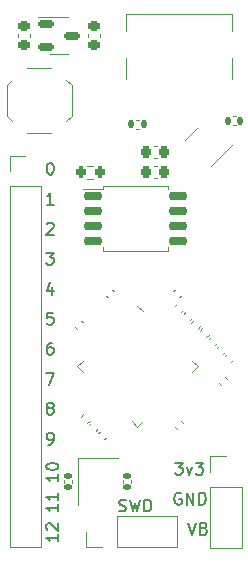
<source format=gbr>
%TF.GenerationSoftware,KiCad,Pcbnew,7.0.2*%
%TF.CreationDate,2023-08-01T18:38:05+02:00*%
%TF.ProjectId,RP2040_base_example,52503230-3430-45f6-9261-73655f657861,0.9*%
%TF.SameCoordinates,Original*%
%TF.FileFunction,Legend,Top*%
%TF.FilePolarity,Positive*%
%FSLAX46Y46*%
G04 Gerber Fmt 4.6, Leading zero omitted, Abs format (unit mm)*
G04 Created by KiCad (PCBNEW 7.0.2) date 2023-08-01 18:38:05*
%MOMM*%
%LPD*%
G01*
G04 APERTURE LIST*
G04 Aperture macros list*
%AMRoundRect*
0 Rectangle with rounded corners*
0 $1 Rounding radius*
0 $2 $3 $4 $5 $6 $7 $8 $9 X,Y pos of 4 corners*
0 Add a 4 corners polygon primitive as box body*
4,1,4,$2,$3,$4,$5,$6,$7,$8,$9,$2,$3,0*
0 Add four circle primitives for the rounded corners*
1,1,$1+$1,$2,$3*
1,1,$1+$1,$4,$5*
1,1,$1+$1,$6,$7*
1,1,$1+$1,$8,$9*
0 Add four rect primitives between the rounded corners*
20,1,$1+$1,$2,$3,$4,$5,0*
20,1,$1+$1,$4,$5,$6,$7,0*
20,1,$1+$1,$6,$7,$8,$9,0*
20,1,$1+$1,$8,$9,$2,$3,0*%
%AMRotRect*
0 Rectangle, with rotation*
0 The origin of the aperture is its center*
0 $1 length*
0 $2 width*
0 $3 Rotation angle, in degrees counterclockwise*
0 Add horizontal line*
21,1,$1,$2,0,0,$3*%
G04 Aperture macros list end*
%ADD10C,0.153000*%
%ADD11C,0.120000*%
%ADD12R,1.200000X1.400000*%
%ADD13RoundRect,0.140000X0.170000X-0.140000X0.170000X0.140000X-0.170000X0.140000X-0.170000X-0.140000X0*%
%ADD14RoundRect,0.150000X0.256326X0.468458X-0.468458X-0.256326X-0.256326X-0.468458X0.468458X0.256326X0*%
%ADD15RoundRect,0.140000X0.021213X-0.219203X0.219203X-0.021213X-0.021213X0.219203X-0.219203X0.021213X0*%
%ADD16RoundRect,0.225000X0.225000X0.250000X-0.225000X0.250000X-0.225000X-0.250000X0.225000X-0.250000X0*%
%ADD17RoundRect,0.225000X0.250000X-0.225000X0.250000X0.225000X-0.250000X0.225000X-0.250000X-0.225000X0*%
%ADD18RoundRect,0.140000X-0.170000X0.140000X-0.170000X-0.140000X0.170000X-0.140000X0.170000X0.140000X0*%
%ADD19RoundRect,0.140000X-0.021213X0.219203X-0.219203X0.021213X0.021213X-0.219203X0.219203X-0.021213X0*%
%ADD20R,1.700000X1.700000*%
%ADD21O,1.700000X1.700000*%
%ADD22RoundRect,0.150000X-0.512500X-0.150000X0.512500X-0.150000X0.512500X0.150000X-0.512500X0.150000X0*%
%ADD23RoundRect,0.140000X0.219203X0.021213X0.021213X0.219203X-0.219203X-0.021213X-0.021213X-0.219203X0*%
%ADD24R,0.750000X1.000000*%
%ADD25RoundRect,0.135000X0.135000X0.185000X-0.135000X0.185000X-0.135000X-0.185000X0.135000X-0.185000X0*%
%ADD26RoundRect,0.135000X-0.035355X0.226274X-0.226274X0.035355X0.035355X-0.226274X0.226274X-0.035355X0*%
%ADD27C,0.600000*%
%ADD28R,0.600000X1.040000*%
%ADD29R,0.600000X1.090000*%
%ADD30R,0.300000X1.160000*%
%ADD31R,2.000000X2.000000*%
%ADD32O,0.900000X2.000000*%
%ADD33RoundRect,0.150000X-0.650000X-0.150000X0.650000X-0.150000X0.650000X0.150000X-0.650000X0.150000X0*%
%ADD34RoundRect,0.135000X-0.135000X-0.185000X0.135000X-0.185000X0.135000X0.185000X-0.135000X0.185000X0*%
%ADD35RoundRect,0.140000X-0.219203X-0.021213X-0.021213X-0.219203X0.219203X0.021213X0.021213X0.219203X0*%
%ADD36RoundRect,0.050000X-0.309359X0.238649X0.238649X-0.309359X0.309359X-0.238649X-0.238649X0.309359X0*%
%ADD37RoundRect,0.050000X-0.309359X-0.238649X-0.238649X-0.309359X0.309359X0.238649X0.238649X0.309359X0*%
%ADD38RotRect,3.200000X3.200000X315.000000*%
%ADD39RoundRect,0.200000X0.200000X0.275000X-0.200000X0.275000X-0.200000X-0.275000X0.200000X-0.275000X0*%
G04 APERTURE END LIST*
D10*
X65282619Y-86233095D02*
X65282619Y-86804523D01*
X65282619Y-86518809D02*
X64282619Y-86518809D01*
X64282619Y-86518809D02*
X64425476Y-86614047D01*
X64425476Y-86614047D02*
X64520714Y-86709285D01*
X64520714Y-86709285D02*
X64568333Y-86804523D01*
X64377857Y-85852142D02*
X64330238Y-85804523D01*
X64330238Y-85804523D02*
X64282619Y-85709285D01*
X64282619Y-85709285D02*
X64282619Y-85471190D01*
X64282619Y-85471190D02*
X64330238Y-85375952D01*
X64330238Y-85375952D02*
X64377857Y-85328333D01*
X64377857Y-85328333D02*
X64473095Y-85280714D01*
X64473095Y-85280714D02*
X64568333Y-85280714D01*
X64568333Y-85280714D02*
X64711190Y-85328333D01*
X64711190Y-85328333D02*
X65282619Y-85899761D01*
X65282619Y-85899761D02*
X65282619Y-85280714D01*
X64515952Y-75506190D02*
X64420714Y-75458571D01*
X64420714Y-75458571D02*
X64373095Y-75410952D01*
X64373095Y-75410952D02*
X64325476Y-75315714D01*
X64325476Y-75315714D02*
X64325476Y-75268095D01*
X64325476Y-75268095D02*
X64373095Y-75172857D01*
X64373095Y-75172857D02*
X64420714Y-75125238D01*
X64420714Y-75125238D02*
X64515952Y-75077619D01*
X64515952Y-75077619D02*
X64706428Y-75077619D01*
X64706428Y-75077619D02*
X64801666Y-75125238D01*
X64801666Y-75125238D02*
X64849285Y-75172857D01*
X64849285Y-75172857D02*
X64896904Y-75268095D01*
X64896904Y-75268095D02*
X64896904Y-75315714D01*
X64896904Y-75315714D02*
X64849285Y-75410952D01*
X64849285Y-75410952D02*
X64801666Y-75458571D01*
X64801666Y-75458571D02*
X64706428Y-75506190D01*
X64706428Y-75506190D02*
X64515952Y-75506190D01*
X64515952Y-75506190D02*
X64420714Y-75553809D01*
X64420714Y-75553809D02*
X64373095Y-75601428D01*
X64373095Y-75601428D02*
X64325476Y-75696666D01*
X64325476Y-75696666D02*
X64325476Y-75887142D01*
X64325476Y-75887142D02*
X64373095Y-75982380D01*
X64373095Y-75982380D02*
X64420714Y-76030000D01*
X64420714Y-76030000D02*
X64515952Y-76077619D01*
X64515952Y-76077619D02*
X64706428Y-76077619D01*
X64706428Y-76077619D02*
X64801666Y-76030000D01*
X64801666Y-76030000D02*
X64849285Y-75982380D01*
X64849285Y-75982380D02*
X64896904Y-75887142D01*
X64896904Y-75887142D02*
X64896904Y-75696666D01*
X64896904Y-75696666D02*
X64849285Y-75601428D01*
X64849285Y-75601428D02*
X64801666Y-75553809D01*
X64801666Y-75553809D02*
X64706428Y-75506190D01*
X64325476Y-59932857D02*
X64373095Y-59885238D01*
X64373095Y-59885238D02*
X64468333Y-59837619D01*
X64468333Y-59837619D02*
X64706428Y-59837619D01*
X64706428Y-59837619D02*
X64801666Y-59885238D01*
X64801666Y-59885238D02*
X64849285Y-59932857D01*
X64849285Y-59932857D02*
X64896904Y-60028095D01*
X64896904Y-60028095D02*
X64896904Y-60123333D01*
X64896904Y-60123333D02*
X64849285Y-60266190D01*
X64849285Y-60266190D02*
X64277857Y-60837619D01*
X64277857Y-60837619D02*
X64896904Y-60837619D01*
X64896904Y-58297619D02*
X64325476Y-58297619D01*
X64611190Y-58297619D02*
X64611190Y-57297619D01*
X64611190Y-57297619D02*
X64515952Y-57440476D01*
X64515952Y-57440476D02*
X64420714Y-57535714D01*
X64420714Y-57535714D02*
X64325476Y-57583333D01*
X75691904Y-82745238D02*
X75596666Y-82697619D01*
X75596666Y-82697619D02*
X75453809Y-82697619D01*
X75453809Y-82697619D02*
X75310952Y-82745238D01*
X75310952Y-82745238D02*
X75215714Y-82840476D01*
X75215714Y-82840476D02*
X75168095Y-82935714D01*
X75168095Y-82935714D02*
X75120476Y-83126190D01*
X75120476Y-83126190D02*
X75120476Y-83269047D01*
X75120476Y-83269047D02*
X75168095Y-83459523D01*
X75168095Y-83459523D02*
X75215714Y-83554761D01*
X75215714Y-83554761D02*
X75310952Y-83650000D01*
X75310952Y-83650000D02*
X75453809Y-83697619D01*
X75453809Y-83697619D02*
X75549047Y-83697619D01*
X75549047Y-83697619D02*
X75691904Y-83650000D01*
X75691904Y-83650000D02*
X75739523Y-83602380D01*
X75739523Y-83602380D02*
X75739523Y-83269047D01*
X75739523Y-83269047D02*
X75549047Y-83269047D01*
X76168095Y-83697619D02*
X76168095Y-82697619D01*
X76168095Y-82697619D02*
X76739523Y-83697619D01*
X76739523Y-83697619D02*
X76739523Y-82697619D01*
X77215714Y-83697619D02*
X77215714Y-82697619D01*
X77215714Y-82697619D02*
X77453809Y-82697619D01*
X77453809Y-82697619D02*
X77596666Y-82745238D01*
X77596666Y-82745238D02*
X77691904Y-82840476D01*
X77691904Y-82840476D02*
X77739523Y-82935714D01*
X77739523Y-82935714D02*
X77787142Y-83126190D01*
X77787142Y-83126190D02*
X77787142Y-83269047D01*
X77787142Y-83269047D02*
X77739523Y-83459523D01*
X77739523Y-83459523D02*
X77691904Y-83554761D01*
X77691904Y-83554761D02*
X77596666Y-83650000D01*
X77596666Y-83650000D02*
X77453809Y-83697619D01*
X77453809Y-83697619D02*
X77215714Y-83697619D01*
X64849285Y-67457619D02*
X64373095Y-67457619D01*
X64373095Y-67457619D02*
X64325476Y-67933809D01*
X64325476Y-67933809D02*
X64373095Y-67886190D01*
X64373095Y-67886190D02*
X64468333Y-67838571D01*
X64468333Y-67838571D02*
X64706428Y-67838571D01*
X64706428Y-67838571D02*
X64801666Y-67886190D01*
X64801666Y-67886190D02*
X64849285Y-67933809D01*
X64849285Y-67933809D02*
X64896904Y-68029047D01*
X64896904Y-68029047D02*
X64896904Y-68267142D01*
X64896904Y-68267142D02*
X64849285Y-68362380D01*
X64849285Y-68362380D02*
X64801666Y-68410000D01*
X64801666Y-68410000D02*
X64706428Y-68457619D01*
X64706428Y-68457619D02*
X64468333Y-68457619D01*
X64468333Y-68457619D02*
X64373095Y-68410000D01*
X64373095Y-68410000D02*
X64325476Y-68362380D01*
X65282619Y-81153095D02*
X65282619Y-81724523D01*
X65282619Y-81438809D02*
X64282619Y-81438809D01*
X64282619Y-81438809D02*
X64425476Y-81534047D01*
X64425476Y-81534047D02*
X64520714Y-81629285D01*
X64520714Y-81629285D02*
X64568333Y-81724523D01*
X64282619Y-80534047D02*
X64282619Y-80438809D01*
X64282619Y-80438809D02*
X64330238Y-80343571D01*
X64330238Y-80343571D02*
X64377857Y-80295952D01*
X64377857Y-80295952D02*
X64473095Y-80248333D01*
X64473095Y-80248333D02*
X64663571Y-80200714D01*
X64663571Y-80200714D02*
X64901666Y-80200714D01*
X64901666Y-80200714D02*
X65092142Y-80248333D01*
X65092142Y-80248333D02*
X65187380Y-80295952D01*
X65187380Y-80295952D02*
X65235000Y-80343571D01*
X65235000Y-80343571D02*
X65282619Y-80438809D01*
X65282619Y-80438809D02*
X65282619Y-80534047D01*
X65282619Y-80534047D02*
X65235000Y-80629285D01*
X65235000Y-80629285D02*
X65187380Y-80676904D01*
X65187380Y-80676904D02*
X65092142Y-80724523D01*
X65092142Y-80724523D02*
X64901666Y-80772142D01*
X64901666Y-80772142D02*
X64663571Y-80772142D01*
X64663571Y-80772142D02*
X64473095Y-80724523D01*
X64473095Y-80724523D02*
X64377857Y-80676904D01*
X64377857Y-80676904D02*
X64330238Y-80629285D01*
X64330238Y-80629285D02*
X64282619Y-80534047D01*
X76295238Y-85237619D02*
X76628571Y-86237619D01*
X76628571Y-86237619D02*
X76961904Y-85237619D01*
X77628571Y-85713809D02*
X77771428Y-85761428D01*
X77771428Y-85761428D02*
X77819047Y-85809047D01*
X77819047Y-85809047D02*
X77866666Y-85904285D01*
X77866666Y-85904285D02*
X77866666Y-86047142D01*
X77866666Y-86047142D02*
X77819047Y-86142380D01*
X77819047Y-86142380D02*
X77771428Y-86190000D01*
X77771428Y-86190000D02*
X77676190Y-86237619D01*
X77676190Y-86237619D02*
X77295238Y-86237619D01*
X77295238Y-86237619D02*
X77295238Y-85237619D01*
X77295238Y-85237619D02*
X77628571Y-85237619D01*
X77628571Y-85237619D02*
X77723809Y-85285238D01*
X77723809Y-85285238D02*
X77771428Y-85332857D01*
X77771428Y-85332857D02*
X77819047Y-85428095D01*
X77819047Y-85428095D02*
X77819047Y-85523333D01*
X77819047Y-85523333D02*
X77771428Y-85618571D01*
X77771428Y-85618571D02*
X77723809Y-85666190D01*
X77723809Y-85666190D02*
X77628571Y-85713809D01*
X77628571Y-85713809D02*
X77295238Y-85713809D01*
X64277857Y-62377619D02*
X64896904Y-62377619D01*
X64896904Y-62377619D02*
X64563571Y-62758571D01*
X64563571Y-62758571D02*
X64706428Y-62758571D01*
X64706428Y-62758571D02*
X64801666Y-62806190D01*
X64801666Y-62806190D02*
X64849285Y-62853809D01*
X64849285Y-62853809D02*
X64896904Y-62949047D01*
X64896904Y-62949047D02*
X64896904Y-63187142D01*
X64896904Y-63187142D02*
X64849285Y-63282380D01*
X64849285Y-63282380D02*
X64801666Y-63330000D01*
X64801666Y-63330000D02*
X64706428Y-63377619D01*
X64706428Y-63377619D02*
X64420714Y-63377619D01*
X64420714Y-63377619D02*
X64325476Y-63330000D01*
X64325476Y-63330000D02*
X64277857Y-63282380D01*
X70435476Y-84230000D02*
X70578333Y-84277619D01*
X70578333Y-84277619D02*
X70816428Y-84277619D01*
X70816428Y-84277619D02*
X70911666Y-84230000D01*
X70911666Y-84230000D02*
X70959285Y-84182380D01*
X70959285Y-84182380D02*
X71006904Y-84087142D01*
X71006904Y-84087142D02*
X71006904Y-83991904D01*
X71006904Y-83991904D02*
X70959285Y-83896666D01*
X70959285Y-83896666D02*
X70911666Y-83849047D01*
X70911666Y-83849047D02*
X70816428Y-83801428D01*
X70816428Y-83801428D02*
X70625952Y-83753809D01*
X70625952Y-83753809D02*
X70530714Y-83706190D01*
X70530714Y-83706190D02*
X70483095Y-83658571D01*
X70483095Y-83658571D02*
X70435476Y-83563333D01*
X70435476Y-83563333D02*
X70435476Y-83468095D01*
X70435476Y-83468095D02*
X70483095Y-83372857D01*
X70483095Y-83372857D02*
X70530714Y-83325238D01*
X70530714Y-83325238D02*
X70625952Y-83277619D01*
X70625952Y-83277619D02*
X70864047Y-83277619D01*
X70864047Y-83277619D02*
X71006904Y-83325238D01*
X71340238Y-83277619D02*
X71578333Y-84277619D01*
X71578333Y-84277619D02*
X71768809Y-83563333D01*
X71768809Y-83563333D02*
X71959285Y-84277619D01*
X71959285Y-84277619D02*
X72197381Y-83277619D01*
X72578333Y-84277619D02*
X72578333Y-83277619D01*
X72578333Y-83277619D02*
X72816428Y-83277619D01*
X72816428Y-83277619D02*
X72959285Y-83325238D01*
X72959285Y-83325238D02*
X73054523Y-83420476D01*
X73054523Y-83420476D02*
X73102142Y-83515714D01*
X73102142Y-83515714D02*
X73149761Y-83706190D01*
X73149761Y-83706190D02*
X73149761Y-83849047D01*
X73149761Y-83849047D02*
X73102142Y-84039523D01*
X73102142Y-84039523D02*
X73054523Y-84134761D01*
X73054523Y-84134761D02*
X72959285Y-84230000D01*
X72959285Y-84230000D02*
X72816428Y-84277619D01*
X72816428Y-84277619D02*
X72578333Y-84277619D01*
X64801666Y-65250952D02*
X64801666Y-65917619D01*
X64563571Y-64870000D02*
X64325476Y-65584285D01*
X64325476Y-65584285D02*
X64944523Y-65584285D01*
X64563571Y-54757619D02*
X64658809Y-54757619D01*
X64658809Y-54757619D02*
X64754047Y-54805238D01*
X64754047Y-54805238D02*
X64801666Y-54852857D01*
X64801666Y-54852857D02*
X64849285Y-54948095D01*
X64849285Y-54948095D02*
X64896904Y-55138571D01*
X64896904Y-55138571D02*
X64896904Y-55376666D01*
X64896904Y-55376666D02*
X64849285Y-55567142D01*
X64849285Y-55567142D02*
X64801666Y-55662380D01*
X64801666Y-55662380D02*
X64754047Y-55710000D01*
X64754047Y-55710000D02*
X64658809Y-55757619D01*
X64658809Y-55757619D02*
X64563571Y-55757619D01*
X64563571Y-55757619D02*
X64468333Y-55710000D01*
X64468333Y-55710000D02*
X64420714Y-55662380D01*
X64420714Y-55662380D02*
X64373095Y-55567142D01*
X64373095Y-55567142D02*
X64325476Y-55376666D01*
X64325476Y-55376666D02*
X64325476Y-55138571D01*
X64325476Y-55138571D02*
X64373095Y-54948095D01*
X64373095Y-54948095D02*
X64420714Y-54852857D01*
X64420714Y-54852857D02*
X64468333Y-54805238D01*
X64468333Y-54805238D02*
X64563571Y-54757619D01*
X65282619Y-83693095D02*
X65282619Y-84264523D01*
X65282619Y-83978809D02*
X64282619Y-83978809D01*
X64282619Y-83978809D02*
X64425476Y-84074047D01*
X64425476Y-84074047D02*
X64520714Y-84169285D01*
X64520714Y-84169285D02*
X64568333Y-84264523D01*
X65282619Y-82740714D02*
X65282619Y-83312142D01*
X65282619Y-83026428D02*
X64282619Y-83026428D01*
X64282619Y-83026428D02*
X64425476Y-83121666D01*
X64425476Y-83121666D02*
X64520714Y-83216904D01*
X64520714Y-83216904D02*
X64568333Y-83312142D01*
X64420714Y-78617619D02*
X64611190Y-78617619D01*
X64611190Y-78617619D02*
X64706428Y-78570000D01*
X64706428Y-78570000D02*
X64754047Y-78522380D01*
X64754047Y-78522380D02*
X64849285Y-78379523D01*
X64849285Y-78379523D02*
X64896904Y-78189047D01*
X64896904Y-78189047D02*
X64896904Y-77808095D01*
X64896904Y-77808095D02*
X64849285Y-77712857D01*
X64849285Y-77712857D02*
X64801666Y-77665238D01*
X64801666Y-77665238D02*
X64706428Y-77617619D01*
X64706428Y-77617619D02*
X64515952Y-77617619D01*
X64515952Y-77617619D02*
X64420714Y-77665238D01*
X64420714Y-77665238D02*
X64373095Y-77712857D01*
X64373095Y-77712857D02*
X64325476Y-77808095D01*
X64325476Y-77808095D02*
X64325476Y-78046190D01*
X64325476Y-78046190D02*
X64373095Y-78141428D01*
X64373095Y-78141428D02*
X64420714Y-78189047D01*
X64420714Y-78189047D02*
X64515952Y-78236666D01*
X64515952Y-78236666D02*
X64706428Y-78236666D01*
X64706428Y-78236666D02*
X64801666Y-78189047D01*
X64801666Y-78189047D02*
X64849285Y-78141428D01*
X64849285Y-78141428D02*
X64896904Y-78046190D01*
X64277857Y-72537619D02*
X64944523Y-72537619D01*
X64944523Y-72537619D02*
X64515952Y-73537619D01*
X75199857Y-80157619D02*
X75818904Y-80157619D01*
X75818904Y-80157619D02*
X75485571Y-80538571D01*
X75485571Y-80538571D02*
X75628428Y-80538571D01*
X75628428Y-80538571D02*
X75723666Y-80586190D01*
X75723666Y-80586190D02*
X75771285Y-80633809D01*
X75771285Y-80633809D02*
X75818904Y-80729047D01*
X75818904Y-80729047D02*
X75818904Y-80967142D01*
X75818904Y-80967142D02*
X75771285Y-81062380D01*
X75771285Y-81062380D02*
X75723666Y-81110000D01*
X75723666Y-81110000D02*
X75628428Y-81157619D01*
X75628428Y-81157619D02*
X75342714Y-81157619D01*
X75342714Y-81157619D02*
X75247476Y-81110000D01*
X75247476Y-81110000D02*
X75199857Y-81062380D01*
X76152238Y-80490952D02*
X76390333Y-81157619D01*
X76390333Y-81157619D02*
X76628428Y-80490952D01*
X76914143Y-80157619D02*
X77533190Y-80157619D01*
X77533190Y-80157619D02*
X77199857Y-80538571D01*
X77199857Y-80538571D02*
X77342714Y-80538571D01*
X77342714Y-80538571D02*
X77437952Y-80586190D01*
X77437952Y-80586190D02*
X77485571Y-80633809D01*
X77485571Y-80633809D02*
X77533190Y-80729047D01*
X77533190Y-80729047D02*
X77533190Y-80967142D01*
X77533190Y-80967142D02*
X77485571Y-81062380D01*
X77485571Y-81062380D02*
X77437952Y-81110000D01*
X77437952Y-81110000D02*
X77342714Y-81157619D01*
X77342714Y-81157619D02*
X77057000Y-81157619D01*
X77057000Y-81157619D02*
X76961762Y-81110000D01*
X76961762Y-81110000D02*
X76914143Y-81062380D01*
X64801666Y-69997619D02*
X64611190Y-69997619D01*
X64611190Y-69997619D02*
X64515952Y-70045238D01*
X64515952Y-70045238D02*
X64468333Y-70092857D01*
X64468333Y-70092857D02*
X64373095Y-70235714D01*
X64373095Y-70235714D02*
X64325476Y-70426190D01*
X64325476Y-70426190D02*
X64325476Y-70807142D01*
X64325476Y-70807142D02*
X64373095Y-70902380D01*
X64373095Y-70902380D02*
X64420714Y-70950000D01*
X64420714Y-70950000D02*
X64515952Y-70997619D01*
X64515952Y-70997619D02*
X64706428Y-70997619D01*
X64706428Y-70997619D02*
X64801666Y-70950000D01*
X64801666Y-70950000D02*
X64849285Y-70902380D01*
X64849285Y-70902380D02*
X64896904Y-70807142D01*
X64896904Y-70807142D02*
X64896904Y-70569047D01*
X64896904Y-70569047D02*
X64849285Y-70473809D01*
X64849285Y-70473809D02*
X64801666Y-70426190D01*
X64801666Y-70426190D02*
X64706428Y-70378571D01*
X64706428Y-70378571D02*
X64515952Y-70378571D01*
X64515952Y-70378571D02*
X64420714Y-70426190D01*
X64420714Y-70426190D02*
X64373095Y-70473809D01*
X64373095Y-70473809D02*
X64325476Y-70569047D01*
D11*
%TO.C,Y1*%
X70320030Y-79718931D02*
X66945030Y-79718931D01*
X66945030Y-79718931D02*
X66945030Y-83743931D01*
%TO.C,C16*%
X70760030Y-81851767D02*
X70760030Y-81636095D01*
X71480030Y-81851767D02*
X71480030Y-81636095D01*
%TO.C,U2*%
X76596913Y-52271913D02*
X76031228Y-52837599D01*
X76596913Y-52271913D02*
X77162599Y-51706228D01*
X78803087Y-54478087D02*
X78237401Y-55043772D01*
X78803087Y-54478087D02*
X80075879Y-53205294D01*
%TO.C,C14*%
X78740258Y-70407479D02*
X78892761Y-70254976D01*
X79249375Y-70916596D02*
X79401878Y-70764093D01*
%TO.C,C17*%
X73640580Y-54360000D02*
X73359420Y-54360000D01*
X73640580Y-53340000D02*
X73359420Y-53340000D01*
%TO.C,C1*%
X67843827Y-44140580D02*
X67843827Y-43859420D01*
X68863827Y-44140580D02*
X68863827Y-43859420D01*
%TO.C,C11*%
X75204724Y-66871946D02*
X75357227Y-66719443D01*
X75713841Y-67381063D02*
X75866344Y-67228560D01*
%TO.C,C15*%
X66480030Y-81636095D02*
X66480030Y-81851767D01*
X65760030Y-81636095D02*
X65760030Y-81851767D01*
%TO.C,C3*%
X69304393Y-78033151D02*
X69151890Y-78185654D01*
X68795276Y-77524034D02*
X68642773Y-77676537D01*
%TO.C,J2*%
X61170000Y-54170000D02*
X62500000Y-54170000D01*
X61170000Y-55500000D02*
X61170000Y-54170000D01*
X61170000Y-56770000D02*
X61170000Y-87310000D01*
X61170000Y-56770000D02*
X63830000Y-56770000D01*
X61170000Y-87310000D02*
X63830000Y-87310000D01*
X63830000Y-56770000D02*
X63830000Y-87310000D01*
%TO.C,C4*%
X75006734Y-65655722D02*
X75159237Y-65503219D01*
X75515851Y-66164839D02*
X75668354Y-66012336D01*
%TO.C,U1*%
X65353827Y-45560000D02*
X66153827Y-45560000D01*
X65353827Y-45560000D02*
X64553827Y-45560000D01*
X65353827Y-42440000D02*
X66153827Y-42440000D01*
X65353827Y-42440000D02*
X63553827Y-42440000D01*
%TO.C,C7*%
X66871946Y-68795276D02*
X66719443Y-68642773D01*
X67381063Y-68286159D02*
X67228560Y-68133656D01*
%TO.C,SW1*%
X62670282Y-52250000D02*
X64670282Y-52250000D01*
X61370282Y-51250000D02*
X60920282Y-50800000D01*
X65970282Y-51250000D02*
X66420282Y-50800000D01*
X60920282Y-50800000D02*
X60920282Y-48200000D01*
X66420282Y-50800000D02*
X66420282Y-48200000D01*
X61370282Y-47750000D02*
X60920282Y-48200000D01*
X65970282Y-47750000D02*
X66420282Y-48200000D01*
X62670282Y-46750000D02*
X64670282Y-46750000D01*
%TO.C,R2*%
X72153641Y-51880000D02*
X71846359Y-51880000D01*
X72153641Y-51120000D02*
X71846359Y-51120000D01*
%TO.C,R4*%
X78034195Y-69331633D02*
X77816914Y-69548914D01*
X77496794Y-68794232D02*
X77279513Y-69011513D01*
%TO.C,J3*%
X79970000Y-47660000D02*
X79970000Y-45860000D01*
X79970000Y-42150000D02*
X79970000Y-43610000D01*
X71030000Y-47660000D02*
X71030000Y-45860000D01*
X71030000Y-42150000D02*
X79970000Y-42150000D01*
X71030000Y-42150000D02*
X71030000Y-43610000D01*
%TO.C,C8*%
X68597286Y-77326044D02*
X68444783Y-77478547D01*
X68088169Y-76816927D02*
X67935666Y-76969430D01*
%TO.C,SWD1*%
X67645000Y-87330000D02*
X67645000Y-86000000D01*
X68975000Y-87330000D02*
X67645000Y-87330000D01*
X70245000Y-87330000D02*
X75385000Y-87330000D01*
X70245000Y-87330000D02*
X70245000Y-84670000D01*
X75385000Y-87330000D02*
X75385000Y-84670000D01*
X70245000Y-84670000D02*
X75385000Y-84670000D01*
%TO.C,U4*%
X74549510Y-56722568D02*
X74549510Y-57005068D01*
X71802010Y-56722568D02*
X74549510Y-56722568D01*
X71802010Y-56722568D02*
X69054510Y-56722568D01*
X69054510Y-56722568D02*
X69054510Y-57005068D01*
X69054510Y-57005068D02*
X67402010Y-57005068D01*
X74549510Y-62217568D02*
X74549510Y-61935068D01*
X71802010Y-62217568D02*
X74549510Y-62217568D01*
X71802010Y-62217568D02*
X69054510Y-62217568D01*
X69054510Y-62217568D02*
X69054510Y-61935068D01*
%TO.C,C12*%
X75911831Y-67579052D02*
X76064334Y-67426549D01*
X76420948Y-68088169D02*
X76573451Y-67935666D01*
%TO.C,R1*%
X80046359Y-50820000D02*
X80353641Y-50820000D01*
X80046359Y-51580000D02*
X80353641Y-51580000D01*
%TO.C,C5*%
X79447365Y-71114586D02*
X79599868Y-70962083D01*
X79956482Y-71623703D02*
X80108985Y-71471200D01*
%TO.C,C6*%
X69502383Y-66164839D02*
X69349880Y-66012336D01*
X70011500Y-65655722D02*
X69858997Y-65503219D01*
%TO.C,C10*%
X79404938Y-72927840D02*
X79557441Y-73080343D01*
X78895821Y-73436957D02*
X79048324Y-73589460D01*
%TO.C,R3*%
X77327088Y-68624526D02*
X77109807Y-68841807D01*
X76789687Y-68087125D02*
X76572406Y-68304406D01*
%TO.C,C13*%
X78033151Y-69700373D02*
X78185654Y-69547870D01*
X78542268Y-70209490D02*
X78694771Y-70056987D01*
%TO.C,U3*%
X66894689Y-72000000D02*
X67354308Y-71540381D01*
X72459619Y-67354308D02*
X72000000Y-66894689D01*
X67354308Y-72459619D02*
X66894689Y-72000000D01*
X76645692Y-71540381D02*
X77105311Y-72000000D01*
X71540381Y-76645692D02*
X72000000Y-77105311D01*
X77105311Y-72000000D02*
X76645692Y-72459619D01*
X72000000Y-77105311D02*
X72459619Y-76645692D01*
%TO.C,C9*%
X75713841Y-76618937D02*
X75866344Y-76771440D01*
X75204724Y-77128054D02*
X75357227Y-77280557D01*
%TO.C,C18*%
X73640580Y-56090981D02*
X73359420Y-56090981D01*
X73640580Y-55070981D02*
X73359420Y-55070981D01*
%TO.C,R5*%
X67936710Y-76600691D02*
X67719429Y-76817972D01*
X67399309Y-76063290D02*
X67182028Y-76280571D01*
%TO.C,C2*%
X61843827Y-44140580D02*
X61843827Y-43859420D01*
X62863827Y-44140580D02*
X62863827Y-43859420D01*
%TO.C,R6*%
X68237258Y-56103481D02*
X67762742Y-56103481D01*
X68237258Y-55058481D02*
X67762742Y-55058481D01*
%TO.C,J1*%
X78170000Y-79630000D02*
X79500000Y-79630000D01*
X78170000Y-80960000D02*
X78170000Y-79630000D01*
X78170000Y-82230000D02*
X78170000Y-87370000D01*
X78170000Y-82230000D02*
X80830000Y-82230000D01*
X78170000Y-87370000D02*
X80830000Y-87370000D01*
X80830000Y-82230000D02*
X80830000Y-87370000D01*
%TD*%
%LPC*%
D12*
%TO.C,Y1*%
X67770030Y-80643931D03*
X67770030Y-82843931D03*
X69470030Y-82843931D03*
X69470030Y-80643931D03*
%TD*%
D13*
%TO.C,C16*%
X71120030Y-82223931D03*
X71120030Y-81263931D03*
%TD*%
D14*
%TO.C,U2*%
X79176085Y-53242417D03*
X78504334Y-52570666D03*
X77832583Y-51898915D03*
X76223915Y-53507583D03*
X76895666Y-54179334D03*
X77567417Y-54851085D03*
%TD*%
D15*
%TO.C,C14*%
X78731657Y-70925197D03*
X79410479Y-70246375D03*
%TD*%
D16*
%TO.C,C17*%
X74275000Y-53850000D03*
X72725000Y-53850000D03*
%TD*%
D17*
%TO.C,C1*%
X68353827Y-44775000D03*
X68353827Y-43225000D03*
%TD*%
D15*
%TO.C,C11*%
X75196123Y-67389664D03*
X75874945Y-66710842D03*
%TD*%
D18*
%TO.C,C15*%
X66120030Y-81263931D03*
X66120030Y-82223931D03*
%TD*%
D19*
%TO.C,C3*%
X69312994Y-77515433D03*
X68634172Y-78194255D03*
%TD*%
D20*
%TO.C,J2*%
X62500000Y-55500000D03*
D21*
X62500000Y-58040000D03*
X62500000Y-60580000D03*
X62500000Y-63120000D03*
X62500000Y-65660000D03*
X62500000Y-68200000D03*
X62500000Y-70740000D03*
X62500000Y-73280000D03*
X62500000Y-75820000D03*
X62500000Y-78360000D03*
X62500000Y-80900000D03*
X62500000Y-83440000D03*
X62500000Y-85980000D03*
%TD*%
D15*
%TO.C,C4*%
X74998133Y-66173440D03*
X75676955Y-65494618D03*
%TD*%
D22*
%TO.C,U1*%
X64216327Y-43050000D03*
X64216327Y-44950000D03*
X66491327Y-44000000D03*
%TD*%
D23*
%TO.C,C7*%
X67389664Y-68803877D03*
X66710842Y-68125055D03*
%TD*%
D24*
%TO.C,SW1*%
X61795282Y-52500000D03*
X61795282Y-46500000D03*
X65545282Y-52500000D03*
X65545282Y-46500000D03*
%TD*%
D25*
%TO.C,R2*%
X72510000Y-51500000D03*
X71490000Y-51500000D03*
%TD*%
D26*
%TO.C,R4*%
X78017478Y-68810949D03*
X77296230Y-69532197D03*
%TD*%
D27*
%TO.C,J3*%
X78390000Y-48440000D03*
X72610000Y-48440000D03*
D28*
X78700000Y-49560000D03*
D29*
X77900000Y-49535000D03*
D30*
X76750000Y-49500000D03*
X75750000Y-49500000D03*
X75250000Y-49500000D03*
X74250000Y-49500000D03*
D29*
X73100000Y-49535000D03*
D28*
X72300000Y-49560000D03*
X72300000Y-49560000D03*
D29*
X73100000Y-49535000D03*
D30*
X73750000Y-49500000D03*
X74750000Y-49500000D03*
X76250000Y-49500000D03*
X77250000Y-49500000D03*
D29*
X77900000Y-49535000D03*
D28*
X78700000Y-49560000D03*
D31*
X80250000Y-44760000D03*
D32*
X79820000Y-48960000D03*
X71180000Y-48960000D03*
D31*
X70750000Y-44760000D03*
%TD*%
D19*
%TO.C,C8*%
X68605887Y-76808326D03*
X67927065Y-77487148D03*
%TD*%
D20*
%TO.C,SWD1*%
X68975000Y-86000000D03*
D21*
X71515000Y-86000000D03*
X74055000Y-86000000D03*
%TD*%
D33*
%TO.C,U4*%
X68202010Y-57565068D03*
X68202010Y-58835068D03*
X68202010Y-60105068D03*
X68202010Y-61375068D03*
X75402010Y-61375068D03*
X75402010Y-60105068D03*
X75402010Y-58835068D03*
X75402010Y-57565068D03*
%TD*%
D15*
%TO.C,C12*%
X75903230Y-68096770D03*
X76582052Y-67417948D03*
%TD*%
D34*
%TO.C,R1*%
X79690000Y-51200000D03*
X80710000Y-51200000D03*
%TD*%
D15*
%TO.C,C5*%
X79438764Y-71632304D03*
X80117586Y-70953482D03*
%TD*%
D23*
%TO.C,C6*%
X70020101Y-66173440D03*
X69341279Y-65494618D03*
%TD*%
D35*
%TO.C,C10*%
X78887220Y-72919239D03*
X79566042Y-73598061D03*
%TD*%
D26*
%TO.C,R3*%
X77310371Y-68103842D03*
X76589123Y-68825090D03*
%TD*%
D15*
%TO.C,C13*%
X78024550Y-70218091D03*
X78703372Y-69539269D03*
%TD*%
D36*
%TO.C,U3*%
X71407798Y-67730843D03*
X71124955Y-68013686D03*
X70842113Y-68296528D03*
X70559270Y-68579371D03*
X70276427Y-68862214D03*
X69993585Y-69145056D03*
X69710742Y-69427899D03*
X69427899Y-69710742D03*
X69145056Y-69993585D03*
X68862214Y-70276427D03*
X68579371Y-70559270D03*
X68296528Y-70842113D03*
X68013686Y-71124955D03*
X67730843Y-71407798D03*
D37*
X67730843Y-72592202D03*
X68013686Y-72875045D03*
X68296528Y-73157887D03*
X68579371Y-73440730D03*
X68862214Y-73723573D03*
X69145056Y-74006415D03*
X69427899Y-74289258D03*
X69710742Y-74572101D03*
X69993585Y-74854944D03*
X70276427Y-75137786D03*
X70559270Y-75420629D03*
X70842113Y-75703472D03*
X71124955Y-75986314D03*
X71407798Y-76269157D03*
D36*
X72592202Y-76269157D03*
X72875045Y-75986314D03*
X73157887Y-75703472D03*
X73440730Y-75420629D03*
X73723573Y-75137786D03*
X74006415Y-74854944D03*
X74289258Y-74572101D03*
X74572101Y-74289258D03*
X74854944Y-74006415D03*
X75137786Y-73723573D03*
X75420629Y-73440730D03*
X75703472Y-73157887D03*
X75986314Y-72875045D03*
X76269157Y-72592202D03*
D37*
X76269157Y-71407798D03*
X75986314Y-71124955D03*
X75703472Y-70842113D03*
X75420629Y-70559270D03*
X75137786Y-70276427D03*
X74854944Y-69993585D03*
X74572101Y-69710742D03*
X74289258Y-69427899D03*
X74006415Y-69145056D03*
X73723573Y-68862214D03*
X73440730Y-68579371D03*
X73157887Y-68296528D03*
X72875045Y-68013686D03*
X72592202Y-67730843D03*
D38*
X72000000Y-72000000D03*
%TD*%
D35*
%TO.C,C9*%
X75196123Y-76610336D03*
X75874945Y-77289158D03*
%TD*%
D16*
%TO.C,C18*%
X74275000Y-55580981D03*
X72725000Y-55580981D03*
%TD*%
D26*
%TO.C,R5*%
X67919993Y-76080007D03*
X67198745Y-76801255D03*
%TD*%
D17*
%TO.C,C2*%
X62353827Y-44775000D03*
X62353827Y-43225000D03*
%TD*%
D39*
%TO.C,R6*%
X68825000Y-55580981D03*
X67175000Y-55580981D03*
%TD*%
D20*
%TO.C,J1*%
X79500000Y-80960000D03*
D21*
X79500000Y-83500000D03*
X79500000Y-86040000D03*
%TD*%
%LPD*%
M02*

</source>
